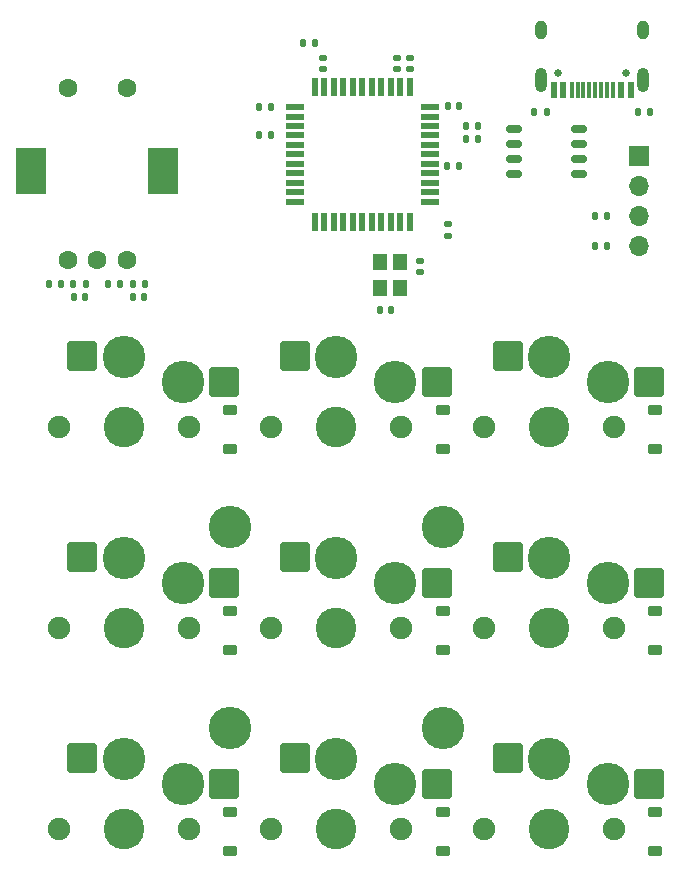
<source format=gbr>
%TF.GenerationSoftware,KiCad,Pcbnew,8.0.3*%
%TF.CreationDate,2024-08-18T23:13:00-04:00*%
%TF.ProjectId,MACROPAD,4d414352-4f50-4414-942e-6b696361645f,rev?*%
%TF.SameCoordinates,Original*%
%TF.FileFunction,Soldermask,Bot*%
%TF.FilePolarity,Negative*%
%FSLAX46Y46*%
G04 Gerber Fmt 4.6, Leading zero omitted, Abs format (unit mm)*
G04 Created by KiCad (PCBNEW 8.0.3) date 2024-08-18 23:13:00*
%MOMM*%
%LPD*%
G01*
G04 APERTURE LIST*
G04 Aperture macros list*
%AMRoundRect*
0 Rectangle with rounded corners*
0 $1 Rounding radius*
0 $2 $3 $4 $5 $6 $7 $8 $9 X,Y pos of 4 corners*
0 Add a 4 corners polygon primitive as box body*
4,1,4,$2,$3,$4,$5,$6,$7,$8,$9,$2,$3,0*
0 Add four circle primitives for the rounded corners*
1,1,$1+$1,$2,$3*
1,1,$1+$1,$4,$5*
1,1,$1+$1,$6,$7*
1,1,$1+$1,$8,$9*
0 Add four rect primitives between the rounded corners*
20,1,$1+$1,$2,$3,$4,$5,0*
20,1,$1+$1,$4,$5,$6,$7,0*
20,1,$1+$1,$6,$7,$8,$9,0*
20,1,$1+$1,$8,$9,$2,$3,0*%
G04 Aperture macros list end*
%ADD10C,3.600000*%
%ADD11RoundRect,0.135000X-0.135000X-0.185000X0.135000X-0.185000X0.135000X0.185000X-0.135000X0.185000X0*%
%ADD12RoundRect,0.135000X0.135000X0.185000X-0.135000X0.185000X-0.135000X-0.185000X0.135000X-0.185000X0*%
%ADD13RoundRect,0.140000X0.170000X-0.140000X0.170000X0.140000X-0.170000X0.140000X-0.170000X-0.140000X0*%
%ADD14RoundRect,0.140000X-0.140000X-0.170000X0.140000X-0.170000X0.140000X0.170000X-0.140000X0.170000X0*%
%ADD15RoundRect,0.250000X-1.025000X-1.000000X1.025000X-1.000000X1.025000X1.000000X-1.025000X1.000000X0*%
%ADD16C,1.900000*%
%ADD17C,3.450000*%
%ADD18R,2.500000X4.000000*%
%ADD19C,1.600000*%
%ADD20C,0.650000*%
%ADD21R,0.600000X1.450000*%
%ADD22R,0.300000X1.450000*%
%ADD23O,1.000000X2.100000*%
%ADD24O,1.000000X1.600000*%
%ADD25O,1.700000X1.700000*%
%ADD26R,1.700000X1.700000*%
%ADD27RoundRect,0.225000X0.375000X-0.225000X0.375000X0.225000X-0.375000X0.225000X-0.375000X-0.225000X0*%
%ADD28RoundRect,0.150000X0.500000X0.150000X-0.500000X0.150000X-0.500000X-0.150000X0.500000X-0.150000X0*%
%ADD29R,1.500000X0.550000*%
%ADD30R,0.550000X1.500000*%
%ADD31RoundRect,0.140000X-0.170000X0.140000X-0.170000X-0.140000X0.170000X-0.140000X0.170000X0.140000X0*%
%ADD32R,1.200000X1.400000*%
G04 APERTURE END LIST*
D10*
%TO.C,H4*%
X151150000Y-109200000D03*
%TD*%
%TO.C,H3*%
X133150000Y-109200000D03*
%TD*%
%TO.C,H2*%
X151150000Y-92200000D03*
%TD*%
%TO.C,H1*%
X133150000Y-92200000D03*
%TD*%
D11*
%TO.C,R13*%
X165100000Y-68332500D03*
X164080000Y-68332500D03*
%TD*%
%TO.C,R12*%
X165100000Y-65792500D03*
X164080000Y-65792500D03*
%TD*%
D12*
%TO.C,R11*%
X135610000Y-56612500D03*
X136630000Y-56612500D03*
%TD*%
D13*
%TO.C,C10*%
X147250000Y-52432500D03*
X147250000Y-53392500D03*
%TD*%
%TO.C,C8*%
X141010000Y-53382500D03*
X141010000Y-52422500D03*
%TD*%
D14*
%TO.C,C3*%
X152540000Y-56552500D03*
X151580000Y-56552500D03*
%TD*%
D13*
%TO.C,C2*%
X148350000Y-53382500D03*
X148350000Y-52422500D03*
%TD*%
D14*
%TO.C,C1*%
X152510000Y-61612500D03*
X151550000Y-61612500D03*
%TD*%
D10*
%TO.C,S1*%
X129150000Y-79900000D03*
X124150000Y-77800000D03*
D15*
X132650000Y-79900000D03*
D16*
X129650000Y-83700000D03*
D17*
X124150000Y-83700000D03*
D15*
X120650000Y-77700000D03*
D16*
X118650000Y-83700000D03*
%TD*%
D10*
%TO.C,S3*%
X165150000Y-79900000D03*
X160150000Y-77800000D03*
D15*
X168650000Y-79900000D03*
D16*
X165650000Y-83700000D03*
D17*
X160150000Y-83700000D03*
D15*
X156650000Y-77700000D03*
D16*
X154650000Y-83700000D03*
%TD*%
D10*
%TO.C,S2*%
X147150000Y-79900000D03*
X142150000Y-77800000D03*
D15*
X150650000Y-79900000D03*
D16*
X147650000Y-83700000D03*
D17*
X142150000Y-83700000D03*
D15*
X138650000Y-77700000D03*
D16*
X136650000Y-83700000D03*
%TD*%
D10*
%TO.C,S8*%
X147150000Y-113900000D03*
X142150000Y-111800000D03*
D15*
X150650000Y-113900000D03*
D16*
X147650000Y-117700000D03*
D17*
X142150000Y-117700000D03*
D15*
X138650000Y-111700000D03*
D16*
X136650000Y-117700000D03*
%TD*%
D10*
%TO.C,S9*%
X165150000Y-113900000D03*
X160150000Y-111800000D03*
D15*
X168650000Y-113900000D03*
D16*
X165650000Y-117700000D03*
D17*
X160150000Y-117700000D03*
D15*
X156650000Y-111700000D03*
D16*
X154650000Y-117700000D03*
%TD*%
D10*
%TO.C,S5*%
X147150000Y-96900000D03*
X142150000Y-94800000D03*
D15*
X150650000Y-96900000D03*
D16*
X147650000Y-100700000D03*
D17*
X142150000Y-100700000D03*
D15*
X138650000Y-94700000D03*
D16*
X136650000Y-100700000D03*
%TD*%
D10*
%TO.C,S4*%
X129150000Y-96900000D03*
X124150000Y-94800000D03*
D15*
X132650000Y-96900000D03*
D16*
X129650000Y-100700000D03*
D17*
X124150000Y-100700000D03*
D15*
X120650000Y-94700000D03*
D16*
X118650000Y-100700000D03*
%TD*%
D10*
%TO.C,S6*%
X165150000Y-96900000D03*
X160150000Y-94800000D03*
D15*
X168650000Y-96900000D03*
D16*
X165650000Y-100700000D03*
D17*
X160150000Y-100700000D03*
D15*
X156650000Y-94700000D03*
D16*
X154650000Y-100700000D03*
%TD*%
D10*
%TO.C,S7*%
X129150000Y-113900000D03*
X124150000Y-111800000D03*
D15*
X132650000Y-113900000D03*
D16*
X129650000Y-117700000D03*
D17*
X124150000Y-117700000D03*
D15*
X120650000Y-111700000D03*
D16*
X118650000Y-117700000D03*
%TD*%
D18*
%TO.C,SW2*%
X127500000Y-62012500D03*
X116300000Y-62012500D03*
D19*
X124400000Y-55012500D03*
X119400000Y-55012500D03*
X121900000Y-69512500D03*
X124400000Y-69512500D03*
X119400000Y-69512500D03*
%TD*%
D20*
%TO.C,J1*%
X160940000Y-53742500D03*
X166720000Y-53742500D03*
D21*
X160580000Y-55187500D03*
X161380000Y-55187500D03*
D22*
X162580000Y-55187500D03*
X163580000Y-55187500D03*
X164080000Y-55187500D03*
X165080000Y-55187500D03*
D21*
X166280000Y-55187500D03*
X167080000Y-55187500D03*
X167080000Y-55187500D03*
X166280000Y-55187500D03*
D22*
X165580000Y-55187500D03*
X164580000Y-55187500D03*
X163080000Y-55187500D03*
X162080000Y-55187500D03*
D21*
X161380000Y-55187500D03*
X160580000Y-55187500D03*
D23*
X159510000Y-54272500D03*
D24*
X159510000Y-50092500D03*
D23*
X168150000Y-54272500D03*
D24*
X168150000Y-50092500D03*
%TD*%
D25*
%TO.C,J2*%
X167747500Y-68332500D03*
X167747500Y-65792500D03*
X167747500Y-63252500D03*
D26*
X167747500Y-60712500D03*
%TD*%
D27*
%TO.C,D5*%
X151150000Y-102575000D03*
X151150000Y-99275000D03*
%TD*%
%TO.C,D1*%
X133150000Y-85575000D03*
X133150000Y-82275000D03*
%TD*%
D28*
%TO.C,U1*%
X162700000Y-58425000D03*
X162700000Y-59695000D03*
X162700000Y-60965000D03*
X162700000Y-62235000D03*
X157200000Y-62235000D03*
X157200000Y-60965000D03*
X157200000Y-59695000D03*
X157200000Y-58425000D03*
%TD*%
D29*
%TO.C,U3*%
X150050000Y-56612500D03*
X150050000Y-57412500D03*
X150050000Y-58212500D03*
X150050000Y-59012500D03*
X150050000Y-59812500D03*
X150050000Y-60612500D03*
X150050000Y-61412500D03*
X150050000Y-62212500D03*
X150050000Y-63012500D03*
X150050000Y-63812500D03*
X150050000Y-64612500D03*
D30*
X148350000Y-66312500D03*
X147550000Y-66312500D03*
X146750000Y-66312500D03*
X145950000Y-66312500D03*
X145150000Y-66312500D03*
X144350000Y-66312500D03*
X143550000Y-66312500D03*
X142750000Y-66312500D03*
X141950000Y-66312500D03*
X141150000Y-66312500D03*
X140350000Y-66312500D03*
D29*
X138650000Y-64612500D03*
X138650000Y-63812500D03*
X138650000Y-63012500D03*
X138650000Y-62212500D03*
X138650000Y-61412500D03*
X138650000Y-60612500D03*
X138650000Y-59812500D03*
X138650000Y-59012500D03*
X138650000Y-58212500D03*
X138650000Y-57412500D03*
X138650000Y-56612500D03*
D30*
X140350000Y-54912500D03*
X141150000Y-54912500D03*
X141950000Y-54912500D03*
X142750000Y-54912500D03*
X143550000Y-54912500D03*
X144350000Y-54912500D03*
X145150000Y-54912500D03*
X145950000Y-54912500D03*
X146750000Y-54912500D03*
X147550000Y-54912500D03*
X148350000Y-54912500D03*
%TD*%
D11*
%TO.C,R6*%
X122800000Y-71602500D03*
X123820000Y-71602500D03*
%TD*%
D12*
%TO.C,R3*%
X154170000Y-58212500D03*
X153150000Y-58212500D03*
%TD*%
D11*
%TO.C,R2*%
X154170000Y-59272500D03*
X153150000Y-59272500D03*
%TD*%
%TO.C,R8*%
X117800000Y-71602500D03*
X118820000Y-71602500D03*
%TD*%
D27*
%TO.C,D6*%
X169150000Y-102575000D03*
X169150000Y-99275000D03*
%TD*%
D12*
%TO.C,R4*%
X159950000Y-56982500D03*
X158930000Y-56982500D03*
%TD*%
D14*
%TO.C,C7*%
X119950000Y-72712500D03*
X120910000Y-72712500D03*
%TD*%
D11*
%TO.C,R5*%
X167710000Y-56982500D03*
X168730000Y-56982500D03*
%TD*%
D27*
%TO.C,D3*%
X169150000Y-85575000D03*
X169150000Y-82275000D03*
%TD*%
%TO.C,D4*%
X133150000Y-102575000D03*
X133150000Y-99275000D03*
%TD*%
%TO.C,D2*%
X151150000Y-85575000D03*
X151150000Y-82275000D03*
%TD*%
D31*
%TO.C,C4*%
X151650000Y-67492500D03*
X151650000Y-66532500D03*
%TD*%
D27*
%TO.C,D9*%
X169150000Y-119575000D03*
X169150000Y-116275000D03*
%TD*%
D31*
%TO.C,C6*%
X149250000Y-69612500D03*
X149250000Y-70572500D03*
%TD*%
D14*
%TO.C,C9*%
X124950000Y-72712500D03*
X125910000Y-72712500D03*
%TD*%
D27*
%TO.C,D8*%
X151150000Y-119575000D03*
X151150000Y-116275000D03*
%TD*%
D11*
%TO.C,R9*%
X124900000Y-71602500D03*
X125920000Y-71602500D03*
%TD*%
%TO.C,R1*%
X140360000Y-51200000D03*
X139340000Y-51200000D03*
%TD*%
D12*
%TO.C,R10*%
X120920000Y-71602500D03*
X119900000Y-71602500D03*
%TD*%
D32*
%TO.C,Y1*%
X147550000Y-69712500D03*
X147550000Y-71912500D03*
X145850000Y-71912500D03*
X145850000Y-69712500D03*
%TD*%
D14*
%TO.C,C5*%
X146820000Y-73772500D03*
X145860000Y-73772500D03*
%TD*%
D12*
%TO.C,R7*%
X136650000Y-59012500D03*
X135630000Y-59012500D03*
%TD*%
D27*
%TO.C,D7*%
X133150000Y-119575000D03*
X133150000Y-116275000D03*
%TD*%
M02*

</source>
